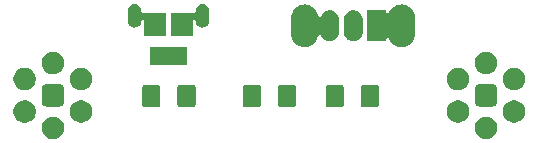
<source format=gbr>
G04 #@! TF.GenerationSoftware,KiCad,Pcbnew,(5.1.5)-3*
G04 #@! TF.CreationDate,2022-07-19T17:14:03+02:00*
G04 #@! TF.ProjectId,Stacked desk light,53746163-6b65-4642-9064-65736b206c69,rev?*
G04 #@! TF.SameCoordinates,Original*
G04 #@! TF.FileFunction,Soldermask,Top*
G04 #@! TF.FilePolarity,Negative*
%FSLAX46Y46*%
G04 Gerber Fmt 4.6, Leading zero omitted, Abs format (unit mm)*
G04 Created by KiCad (PCBNEW (5.1.5)-3) date 2022-07-19 17:14:03*
%MOMM*%
%LPD*%
G04 APERTURE LIST*
%ADD10C,0.100000*%
G04 APERTURE END LIST*
D10*
G36*
X118614563Y-101774638D02*
G01*
X118787634Y-101846326D01*
X118787635Y-101846327D01*
X118943395Y-101950402D01*
X119075858Y-102082865D01*
X119075859Y-102082867D01*
X119179934Y-102238626D01*
X119251622Y-102411697D01*
X119288168Y-102595425D01*
X119288168Y-102782759D01*
X119251622Y-102966487D01*
X119179934Y-103139558D01*
X119179933Y-103139559D01*
X119075858Y-103295319D01*
X118943395Y-103427782D01*
X118864986Y-103480173D01*
X118787634Y-103531858D01*
X118614563Y-103603546D01*
X118430835Y-103640092D01*
X118243501Y-103640092D01*
X118059773Y-103603546D01*
X117886702Y-103531858D01*
X117809350Y-103480173D01*
X117730941Y-103427782D01*
X117598478Y-103295319D01*
X117494403Y-103139559D01*
X117494402Y-103139558D01*
X117422714Y-102966487D01*
X117386168Y-102782759D01*
X117386168Y-102595425D01*
X117422714Y-102411697D01*
X117494402Y-102238626D01*
X117598477Y-102082867D01*
X117598478Y-102082865D01*
X117730941Y-101950402D01*
X117886701Y-101846327D01*
X117886702Y-101846326D01*
X118059773Y-101774638D01*
X118243501Y-101738092D01*
X118430835Y-101738092D01*
X118614563Y-101774638D01*
G37*
G36*
X81940199Y-101774638D02*
G01*
X82113270Y-101846326D01*
X82113271Y-101846327D01*
X82269031Y-101950402D01*
X82401494Y-102082865D01*
X82401495Y-102082867D01*
X82505570Y-102238626D01*
X82577258Y-102411697D01*
X82613804Y-102595425D01*
X82613804Y-102782759D01*
X82577258Y-102966487D01*
X82505570Y-103139558D01*
X82505569Y-103139559D01*
X82401494Y-103295319D01*
X82269031Y-103427782D01*
X82190622Y-103480173D01*
X82113270Y-103531858D01*
X81940199Y-103603546D01*
X81756471Y-103640092D01*
X81569137Y-103640092D01*
X81385409Y-103603546D01*
X81212338Y-103531858D01*
X81134986Y-103480173D01*
X81056577Y-103427782D01*
X80924114Y-103295319D01*
X80820039Y-103139559D01*
X80820038Y-103139558D01*
X80748350Y-102966487D01*
X80711804Y-102782759D01*
X80711804Y-102595425D01*
X80748350Y-102411697D01*
X80820038Y-102238626D01*
X80924113Y-102082867D01*
X80924114Y-102082865D01*
X81056577Y-101950402D01*
X81212337Y-101846327D01*
X81212338Y-101846326D01*
X81385409Y-101774638D01*
X81569137Y-101738092D01*
X81756471Y-101738092D01*
X81940199Y-101774638D01*
G37*
G36*
X84321769Y-100399638D02*
G01*
X84494840Y-100471326D01*
X84494841Y-100471327D01*
X84650601Y-100575402D01*
X84783064Y-100707865D01*
X84783065Y-100707867D01*
X84887140Y-100863626D01*
X84958828Y-101036697D01*
X84995374Y-101220425D01*
X84995374Y-101407759D01*
X84958828Y-101591487D01*
X84887140Y-101764558D01*
X84880404Y-101774639D01*
X84783064Y-101920319D01*
X84650601Y-102052782D01*
X84605578Y-102082865D01*
X84494840Y-102156858D01*
X84321769Y-102228546D01*
X84138041Y-102265092D01*
X83950707Y-102265092D01*
X83766979Y-102228546D01*
X83593908Y-102156858D01*
X83483170Y-102082865D01*
X83438147Y-102052782D01*
X83305684Y-101920319D01*
X83208344Y-101774639D01*
X83201608Y-101764558D01*
X83129920Y-101591487D01*
X83093374Y-101407759D01*
X83093374Y-101220425D01*
X83129920Y-101036697D01*
X83201608Y-100863626D01*
X83305683Y-100707867D01*
X83305684Y-100707865D01*
X83438147Y-100575402D01*
X83593907Y-100471327D01*
X83593908Y-100471326D01*
X83766979Y-100399638D01*
X83950707Y-100363092D01*
X84138041Y-100363092D01*
X84321769Y-100399638D01*
G37*
G36*
X79558629Y-100399638D02*
G01*
X79731700Y-100471326D01*
X79731701Y-100471327D01*
X79887461Y-100575402D01*
X80019924Y-100707865D01*
X80019925Y-100707867D01*
X80124000Y-100863626D01*
X80195688Y-101036697D01*
X80232234Y-101220425D01*
X80232234Y-101407759D01*
X80195688Y-101591487D01*
X80124000Y-101764558D01*
X80117264Y-101774639D01*
X80019924Y-101920319D01*
X79887461Y-102052782D01*
X79842438Y-102082865D01*
X79731700Y-102156858D01*
X79558629Y-102228546D01*
X79374901Y-102265092D01*
X79187567Y-102265092D01*
X79003839Y-102228546D01*
X78830768Y-102156858D01*
X78720030Y-102082865D01*
X78675007Y-102052782D01*
X78542544Y-101920319D01*
X78445204Y-101774639D01*
X78438468Y-101764558D01*
X78366780Y-101591487D01*
X78330234Y-101407759D01*
X78330234Y-101220425D01*
X78366780Y-101036697D01*
X78438468Y-100863626D01*
X78542543Y-100707867D01*
X78542544Y-100707865D01*
X78675007Y-100575402D01*
X78830767Y-100471327D01*
X78830768Y-100471326D01*
X79003839Y-100399638D01*
X79187567Y-100363092D01*
X79374901Y-100363092D01*
X79558629Y-100399638D01*
G37*
G36*
X120996133Y-100399638D02*
G01*
X121169204Y-100471326D01*
X121169205Y-100471327D01*
X121324965Y-100575402D01*
X121457428Y-100707865D01*
X121457429Y-100707867D01*
X121561504Y-100863626D01*
X121633192Y-101036697D01*
X121669738Y-101220425D01*
X121669738Y-101407759D01*
X121633192Y-101591487D01*
X121561504Y-101764558D01*
X121554768Y-101774639D01*
X121457428Y-101920319D01*
X121324965Y-102052782D01*
X121279942Y-102082865D01*
X121169204Y-102156858D01*
X120996133Y-102228546D01*
X120812405Y-102265092D01*
X120625071Y-102265092D01*
X120441343Y-102228546D01*
X120268272Y-102156858D01*
X120157534Y-102082865D01*
X120112511Y-102052782D01*
X119980048Y-101920319D01*
X119882708Y-101774639D01*
X119875972Y-101764558D01*
X119804284Y-101591487D01*
X119767738Y-101407759D01*
X119767738Y-101220425D01*
X119804284Y-101036697D01*
X119875972Y-100863626D01*
X119980047Y-100707867D01*
X119980048Y-100707865D01*
X120112511Y-100575402D01*
X120268271Y-100471327D01*
X120268272Y-100471326D01*
X120441343Y-100399638D01*
X120625071Y-100363092D01*
X120812405Y-100363092D01*
X120996133Y-100399638D01*
G37*
G36*
X116232993Y-100399638D02*
G01*
X116406064Y-100471326D01*
X116406065Y-100471327D01*
X116561825Y-100575402D01*
X116694288Y-100707865D01*
X116694289Y-100707867D01*
X116798364Y-100863626D01*
X116870052Y-101036697D01*
X116906598Y-101220425D01*
X116906598Y-101407759D01*
X116870052Y-101591487D01*
X116798364Y-101764558D01*
X116791628Y-101774639D01*
X116694288Y-101920319D01*
X116561825Y-102052782D01*
X116516802Y-102082865D01*
X116406064Y-102156858D01*
X116232993Y-102228546D01*
X116049265Y-102265092D01*
X115861931Y-102265092D01*
X115678203Y-102228546D01*
X115505132Y-102156858D01*
X115394394Y-102082865D01*
X115349371Y-102052782D01*
X115216908Y-101920319D01*
X115119568Y-101774639D01*
X115112832Y-101764558D01*
X115041144Y-101591487D01*
X115004598Y-101407759D01*
X115004598Y-101220425D01*
X115041144Y-101036697D01*
X115112832Y-100863626D01*
X115216907Y-100707867D01*
X115216908Y-100707865D01*
X115349371Y-100575402D01*
X115505131Y-100471327D01*
X115505132Y-100471326D01*
X115678203Y-100399638D01*
X115861931Y-100363092D01*
X116049265Y-100363092D01*
X116232993Y-100399638D01*
G37*
G36*
X90620562Y-99078181D02*
G01*
X90655481Y-99088774D01*
X90687663Y-99105976D01*
X90715873Y-99129127D01*
X90739024Y-99157337D01*
X90756226Y-99189519D01*
X90766819Y-99224438D01*
X90771000Y-99266895D01*
X90771000Y-100733105D01*
X90766819Y-100775562D01*
X90756226Y-100810481D01*
X90739024Y-100842663D01*
X90715873Y-100870873D01*
X90687663Y-100894024D01*
X90655481Y-100911226D01*
X90620562Y-100921819D01*
X90578105Y-100926000D01*
X89436895Y-100926000D01*
X89394438Y-100921819D01*
X89359519Y-100911226D01*
X89327337Y-100894024D01*
X89299127Y-100870873D01*
X89275976Y-100842663D01*
X89258774Y-100810481D01*
X89248181Y-100775562D01*
X89244000Y-100733105D01*
X89244000Y-99266895D01*
X89248181Y-99224438D01*
X89258774Y-99189519D01*
X89275976Y-99157337D01*
X89299127Y-99129127D01*
X89327337Y-99105976D01*
X89359519Y-99088774D01*
X89394438Y-99078181D01*
X89436895Y-99074000D01*
X90578105Y-99074000D01*
X90620562Y-99078181D01*
G37*
G36*
X99125562Y-99078181D02*
G01*
X99160481Y-99088774D01*
X99192663Y-99105976D01*
X99220873Y-99129127D01*
X99244024Y-99157337D01*
X99261226Y-99189519D01*
X99271819Y-99224438D01*
X99276000Y-99266895D01*
X99276000Y-100733105D01*
X99271819Y-100775562D01*
X99261226Y-100810481D01*
X99244024Y-100842663D01*
X99220873Y-100870873D01*
X99192663Y-100894024D01*
X99160481Y-100911226D01*
X99125562Y-100921819D01*
X99083105Y-100926000D01*
X97941895Y-100926000D01*
X97899438Y-100921819D01*
X97864519Y-100911226D01*
X97832337Y-100894024D01*
X97804127Y-100870873D01*
X97780976Y-100842663D01*
X97763774Y-100810481D01*
X97753181Y-100775562D01*
X97749000Y-100733105D01*
X97749000Y-99266895D01*
X97753181Y-99224438D01*
X97763774Y-99189519D01*
X97780976Y-99157337D01*
X97804127Y-99129127D01*
X97832337Y-99105976D01*
X97864519Y-99088774D01*
X97899438Y-99078181D01*
X97941895Y-99074000D01*
X99083105Y-99074000D01*
X99125562Y-99078181D01*
G37*
G36*
X102100562Y-99078181D02*
G01*
X102135481Y-99088774D01*
X102167663Y-99105976D01*
X102195873Y-99129127D01*
X102219024Y-99157337D01*
X102236226Y-99189519D01*
X102246819Y-99224438D01*
X102251000Y-99266895D01*
X102251000Y-100733105D01*
X102246819Y-100775562D01*
X102236226Y-100810481D01*
X102219024Y-100842663D01*
X102195873Y-100870873D01*
X102167663Y-100894024D01*
X102135481Y-100911226D01*
X102100562Y-100921819D01*
X102058105Y-100926000D01*
X100916895Y-100926000D01*
X100874438Y-100921819D01*
X100839519Y-100911226D01*
X100807337Y-100894024D01*
X100779127Y-100870873D01*
X100755976Y-100842663D01*
X100738774Y-100810481D01*
X100728181Y-100775562D01*
X100724000Y-100733105D01*
X100724000Y-99266895D01*
X100728181Y-99224438D01*
X100738774Y-99189519D01*
X100755976Y-99157337D01*
X100779127Y-99129127D01*
X100807337Y-99105976D01*
X100839519Y-99088774D01*
X100874438Y-99078181D01*
X100916895Y-99074000D01*
X102058105Y-99074000D01*
X102100562Y-99078181D01*
G37*
G36*
X106138062Y-99078181D02*
G01*
X106172981Y-99088774D01*
X106205163Y-99105976D01*
X106233373Y-99129127D01*
X106256524Y-99157337D01*
X106273726Y-99189519D01*
X106284319Y-99224438D01*
X106288500Y-99266895D01*
X106288500Y-100733105D01*
X106284319Y-100775562D01*
X106273726Y-100810481D01*
X106256524Y-100842663D01*
X106233373Y-100870873D01*
X106205163Y-100894024D01*
X106172981Y-100911226D01*
X106138062Y-100921819D01*
X106095605Y-100926000D01*
X104954395Y-100926000D01*
X104911938Y-100921819D01*
X104877019Y-100911226D01*
X104844837Y-100894024D01*
X104816627Y-100870873D01*
X104793476Y-100842663D01*
X104776274Y-100810481D01*
X104765681Y-100775562D01*
X104761500Y-100733105D01*
X104761500Y-99266895D01*
X104765681Y-99224438D01*
X104776274Y-99189519D01*
X104793476Y-99157337D01*
X104816627Y-99129127D01*
X104844837Y-99105976D01*
X104877019Y-99088774D01*
X104911938Y-99078181D01*
X104954395Y-99074000D01*
X106095605Y-99074000D01*
X106138062Y-99078181D01*
G37*
G36*
X93595562Y-99078181D02*
G01*
X93630481Y-99088774D01*
X93662663Y-99105976D01*
X93690873Y-99129127D01*
X93714024Y-99157337D01*
X93731226Y-99189519D01*
X93741819Y-99224438D01*
X93746000Y-99266895D01*
X93746000Y-100733105D01*
X93741819Y-100775562D01*
X93731226Y-100810481D01*
X93714024Y-100842663D01*
X93690873Y-100870873D01*
X93662663Y-100894024D01*
X93630481Y-100911226D01*
X93595562Y-100921819D01*
X93553105Y-100926000D01*
X92411895Y-100926000D01*
X92369438Y-100921819D01*
X92334519Y-100911226D01*
X92302337Y-100894024D01*
X92274127Y-100870873D01*
X92250976Y-100842663D01*
X92233774Y-100810481D01*
X92223181Y-100775562D01*
X92219000Y-100733105D01*
X92219000Y-99266895D01*
X92223181Y-99224438D01*
X92233774Y-99189519D01*
X92250976Y-99157337D01*
X92274127Y-99129127D01*
X92302337Y-99105976D01*
X92334519Y-99088774D01*
X92369438Y-99078181D01*
X92411895Y-99074000D01*
X93553105Y-99074000D01*
X93595562Y-99078181D01*
G37*
G36*
X109113062Y-99078181D02*
G01*
X109147981Y-99088774D01*
X109180163Y-99105976D01*
X109208373Y-99129127D01*
X109231524Y-99157337D01*
X109248726Y-99189519D01*
X109259319Y-99224438D01*
X109263500Y-99266895D01*
X109263500Y-100733105D01*
X109259319Y-100775562D01*
X109248726Y-100810481D01*
X109231524Y-100842663D01*
X109208373Y-100870873D01*
X109180163Y-100894024D01*
X109147981Y-100911226D01*
X109113062Y-100921819D01*
X109070605Y-100926000D01*
X107929395Y-100926000D01*
X107886938Y-100921819D01*
X107852019Y-100911226D01*
X107819837Y-100894024D01*
X107791627Y-100870873D01*
X107768476Y-100842663D01*
X107751274Y-100810481D01*
X107740681Y-100775562D01*
X107736500Y-100733105D01*
X107736500Y-99266895D01*
X107740681Y-99224438D01*
X107751274Y-99189519D01*
X107768476Y-99157337D01*
X107791627Y-99129127D01*
X107819837Y-99105976D01*
X107852019Y-99088774D01*
X107886938Y-99078181D01*
X107929395Y-99074000D01*
X109070605Y-99074000D01*
X109113062Y-99078181D01*
G37*
G36*
X82281259Y-98996620D02*
G01*
X82358616Y-99020087D01*
X82429921Y-99058200D01*
X82492412Y-99109484D01*
X82543696Y-99171975D01*
X82581809Y-99243280D01*
X82605276Y-99320637D01*
X82613804Y-99407232D01*
X82613804Y-100470952D01*
X82605276Y-100557547D01*
X82581809Y-100634904D01*
X82543696Y-100706209D01*
X82492412Y-100768700D01*
X82429921Y-100819984D01*
X82358616Y-100858097D01*
X82281259Y-100881564D01*
X82194664Y-100890092D01*
X81130944Y-100890092D01*
X81044349Y-100881564D01*
X80966992Y-100858097D01*
X80895687Y-100819984D01*
X80833196Y-100768700D01*
X80781912Y-100706209D01*
X80743799Y-100634904D01*
X80720332Y-100557547D01*
X80711804Y-100470952D01*
X80711804Y-99407232D01*
X80720332Y-99320637D01*
X80743799Y-99243280D01*
X80781912Y-99171975D01*
X80833196Y-99109484D01*
X80895687Y-99058200D01*
X80966992Y-99020087D01*
X81044349Y-98996620D01*
X81130944Y-98988092D01*
X82194664Y-98988092D01*
X82281259Y-98996620D01*
G37*
G36*
X118955623Y-98996620D02*
G01*
X119032980Y-99020087D01*
X119104285Y-99058200D01*
X119166776Y-99109484D01*
X119218060Y-99171975D01*
X119256173Y-99243280D01*
X119279640Y-99320637D01*
X119288168Y-99407232D01*
X119288168Y-100470952D01*
X119279640Y-100557547D01*
X119256173Y-100634904D01*
X119218060Y-100706209D01*
X119166776Y-100768700D01*
X119104285Y-100819984D01*
X119032980Y-100858097D01*
X118955623Y-100881564D01*
X118869028Y-100890092D01*
X117805308Y-100890092D01*
X117718713Y-100881564D01*
X117641356Y-100858097D01*
X117570051Y-100819984D01*
X117507560Y-100768700D01*
X117456276Y-100706209D01*
X117418163Y-100634904D01*
X117394696Y-100557547D01*
X117386168Y-100470952D01*
X117386168Y-99407232D01*
X117394696Y-99320637D01*
X117418163Y-99243280D01*
X117456276Y-99171975D01*
X117507560Y-99109484D01*
X117570051Y-99058200D01*
X117641356Y-99020087D01*
X117718713Y-98996620D01*
X117805308Y-98988092D01*
X118869028Y-98988092D01*
X118955623Y-98996620D01*
G37*
G36*
X116232993Y-97649638D02*
G01*
X116406064Y-97721326D01*
X116406065Y-97721327D01*
X116561825Y-97825402D01*
X116694288Y-97957865D01*
X116694289Y-97957867D01*
X116798364Y-98113626D01*
X116870052Y-98286697D01*
X116906598Y-98470425D01*
X116906598Y-98657759D01*
X116870052Y-98841487D01*
X116798364Y-99014558D01*
X116791863Y-99024287D01*
X116694288Y-99170319D01*
X116561825Y-99302782D01*
X116535103Y-99320637D01*
X116406064Y-99406858D01*
X116232993Y-99478546D01*
X116049265Y-99515092D01*
X115861931Y-99515092D01*
X115678203Y-99478546D01*
X115505132Y-99406858D01*
X115376093Y-99320637D01*
X115349371Y-99302782D01*
X115216908Y-99170319D01*
X115119333Y-99024287D01*
X115112832Y-99014558D01*
X115041144Y-98841487D01*
X115004598Y-98657759D01*
X115004598Y-98470425D01*
X115041144Y-98286697D01*
X115112832Y-98113626D01*
X115216907Y-97957867D01*
X115216908Y-97957865D01*
X115349371Y-97825402D01*
X115505131Y-97721327D01*
X115505132Y-97721326D01*
X115678203Y-97649638D01*
X115861931Y-97613092D01*
X116049265Y-97613092D01*
X116232993Y-97649638D01*
G37*
G36*
X120996133Y-97649638D02*
G01*
X121169204Y-97721326D01*
X121169205Y-97721327D01*
X121324965Y-97825402D01*
X121457428Y-97957865D01*
X121457429Y-97957867D01*
X121561504Y-98113626D01*
X121633192Y-98286697D01*
X121669738Y-98470425D01*
X121669738Y-98657759D01*
X121633192Y-98841487D01*
X121561504Y-99014558D01*
X121555003Y-99024287D01*
X121457428Y-99170319D01*
X121324965Y-99302782D01*
X121298243Y-99320637D01*
X121169204Y-99406858D01*
X120996133Y-99478546D01*
X120812405Y-99515092D01*
X120625071Y-99515092D01*
X120441343Y-99478546D01*
X120268272Y-99406858D01*
X120139233Y-99320637D01*
X120112511Y-99302782D01*
X119980048Y-99170319D01*
X119882473Y-99024287D01*
X119875972Y-99014558D01*
X119804284Y-98841487D01*
X119767738Y-98657759D01*
X119767738Y-98470425D01*
X119804284Y-98286697D01*
X119875972Y-98113626D01*
X119980047Y-97957867D01*
X119980048Y-97957865D01*
X120112511Y-97825402D01*
X120268271Y-97721327D01*
X120268272Y-97721326D01*
X120441343Y-97649638D01*
X120625071Y-97613092D01*
X120812405Y-97613092D01*
X120996133Y-97649638D01*
G37*
G36*
X79558629Y-97649638D02*
G01*
X79731700Y-97721326D01*
X79731701Y-97721327D01*
X79887461Y-97825402D01*
X80019924Y-97957865D01*
X80019925Y-97957867D01*
X80124000Y-98113626D01*
X80195688Y-98286697D01*
X80232234Y-98470425D01*
X80232234Y-98657759D01*
X80195688Y-98841487D01*
X80124000Y-99014558D01*
X80117499Y-99024287D01*
X80019924Y-99170319D01*
X79887461Y-99302782D01*
X79860739Y-99320637D01*
X79731700Y-99406858D01*
X79558629Y-99478546D01*
X79374901Y-99515092D01*
X79187567Y-99515092D01*
X79003839Y-99478546D01*
X78830768Y-99406858D01*
X78701729Y-99320637D01*
X78675007Y-99302782D01*
X78542544Y-99170319D01*
X78444969Y-99024287D01*
X78438468Y-99014558D01*
X78366780Y-98841487D01*
X78330234Y-98657759D01*
X78330234Y-98470425D01*
X78366780Y-98286697D01*
X78438468Y-98113626D01*
X78542543Y-97957867D01*
X78542544Y-97957865D01*
X78675007Y-97825402D01*
X78830767Y-97721327D01*
X78830768Y-97721326D01*
X79003839Y-97649638D01*
X79187567Y-97613092D01*
X79374901Y-97613092D01*
X79558629Y-97649638D01*
G37*
G36*
X84321769Y-97649638D02*
G01*
X84494840Y-97721326D01*
X84494841Y-97721327D01*
X84650601Y-97825402D01*
X84783064Y-97957865D01*
X84783065Y-97957867D01*
X84887140Y-98113626D01*
X84958828Y-98286697D01*
X84995374Y-98470425D01*
X84995374Y-98657759D01*
X84958828Y-98841487D01*
X84887140Y-99014558D01*
X84880639Y-99024287D01*
X84783064Y-99170319D01*
X84650601Y-99302782D01*
X84623879Y-99320637D01*
X84494840Y-99406858D01*
X84321769Y-99478546D01*
X84138041Y-99515092D01*
X83950707Y-99515092D01*
X83766979Y-99478546D01*
X83593908Y-99406858D01*
X83464869Y-99320637D01*
X83438147Y-99302782D01*
X83305684Y-99170319D01*
X83208109Y-99024287D01*
X83201608Y-99014558D01*
X83129920Y-98841487D01*
X83093374Y-98657759D01*
X83093374Y-98470425D01*
X83129920Y-98286697D01*
X83201608Y-98113626D01*
X83305683Y-97957867D01*
X83305684Y-97957865D01*
X83438147Y-97825402D01*
X83593907Y-97721327D01*
X83593908Y-97721326D01*
X83766979Y-97649638D01*
X83950707Y-97613092D01*
X84138041Y-97613092D01*
X84321769Y-97649638D01*
G37*
G36*
X118614563Y-96274638D02*
G01*
X118787634Y-96346326D01*
X118787635Y-96346327D01*
X118943395Y-96450402D01*
X119075858Y-96582865D01*
X119075859Y-96582867D01*
X119179934Y-96738626D01*
X119251622Y-96911697D01*
X119288168Y-97095425D01*
X119288168Y-97282759D01*
X119251622Y-97466487D01*
X119179934Y-97639558D01*
X119173198Y-97649639D01*
X119075858Y-97795319D01*
X118943395Y-97927782D01*
X118898372Y-97957865D01*
X118787634Y-98031858D01*
X118614563Y-98103546D01*
X118430835Y-98140092D01*
X118243501Y-98140092D01*
X118059773Y-98103546D01*
X117886702Y-98031858D01*
X117775964Y-97957865D01*
X117730941Y-97927782D01*
X117598478Y-97795319D01*
X117501138Y-97649639D01*
X117494402Y-97639558D01*
X117422714Y-97466487D01*
X117386168Y-97282759D01*
X117386168Y-97095425D01*
X117422714Y-96911697D01*
X117494402Y-96738626D01*
X117598477Y-96582867D01*
X117598478Y-96582865D01*
X117730941Y-96450402D01*
X117886701Y-96346327D01*
X117886702Y-96346326D01*
X118059773Y-96274638D01*
X118243501Y-96238092D01*
X118430835Y-96238092D01*
X118614563Y-96274638D01*
G37*
G36*
X81940199Y-96274638D02*
G01*
X82113270Y-96346326D01*
X82113271Y-96346327D01*
X82269031Y-96450402D01*
X82401494Y-96582865D01*
X82401495Y-96582867D01*
X82505570Y-96738626D01*
X82577258Y-96911697D01*
X82613804Y-97095425D01*
X82613804Y-97282759D01*
X82577258Y-97466487D01*
X82505570Y-97639558D01*
X82498834Y-97649639D01*
X82401494Y-97795319D01*
X82269031Y-97927782D01*
X82224008Y-97957865D01*
X82113270Y-98031858D01*
X81940199Y-98103546D01*
X81756471Y-98140092D01*
X81569137Y-98140092D01*
X81385409Y-98103546D01*
X81212338Y-98031858D01*
X81101600Y-97957865D01*
X81056577Y-97927782D01*
X80924114Y-97795319D01*
X80826774Y-97649639D01*
X80820038Y-97639558D01*
X80748350Y-97466487D01*
X80711804Y-97282759D01*
X80711804Y-97095425D01*
X80748350Y-96911697D01*
X80820038Y-96738626D01*
X80924113Y-96582867D01*
X80924114Y-96582865D01*
X81056577Y-96450402D01*
X81212337Y-96346327D01*
X81212338Y-96346326D01*
X81385409Y-96274638D01*
X81569137Y-96238092D01*
X81756471Y-96238092D01*
X81940199Y-96274638D01*
G37*
G36*
X93001000Y-97351000D02*
G01*
X89899000Y-97351000D01*
X89899000Y-95849000D01*
X93001000Y-95849000D01*
X93001000Y-97351000D01*
G37*
G36*
X103225635Y-92265654D02*
G01*
X103442600Y-92331470D01*
X103442602Y-92331471D01*
X103642555Y-92438347D01*
X103817818Y-92582182D01*
X103961653Y-92757445D01*
X104058954Y-92939485D01*
X104068530Y-92957400D01*
X104112647Y-93102835D01*
X104134986Y-93176475D01*
X104138908Y-93196196D01*
X104148284Y-93218835D01*
X104161897Y-93239210D01*
X104179223Y-93256538D01*
X104199597Y-93270153D01*
X104222236Y-93279531D01*
X104246269Y-93284313D01*
X104270773Y-93284314D01*
X104294806Y-93279534D01*
X104317445Y-93270158D01*
X104337820Y-93256545D01*
X104355148Y-93239219D01*
X104368765Y-93218841D01*
X104430772Y-93102835D01*
X104530868Y-92980867D01*
X104652836Y-92880771D01*
X104791988Y-92806392D01*
X104842319Y-92791125D01*
X104942978Y-92760590D01*
X105100000Y-92745125D01*
X105257023Y-92760590D01*
X105357682Y-92791125D01*
X105408013Y-92806392D01*
X105547165Y-92880771D01*
X105669133Y-92980867D01*
X105769229Y-93102835D01*
X105843608Y-93241987D01*
X105856447Y-93284313D01*
X105889410Y-93392977D01*
X105901000Y-93510655D01*
X105901000Y-94589345D01*
X105889410Y-94707023D01*
X105858875Y-94807682D01*
X105843608Y-94858013D01*
X105831235Y-94881161D01*
X105769229Y-94997165D01*
X105669133Y-95119133D01*
X105572798Y-95198192D01*
X105547164Y-95219229D01*
X105408012Y-95293608D01*
X105357681Y-95308875D01*
X105257022Y-95339410D01*
X105100000Y-95354875D01*
X104942977Y-95339410D01*
X104842318Y-95308875D01*
X104791987Y-95293608D01*
X104652835Y-95219229D01*
X104597916Y-95174158D01*
X104530867Y-95119133D01*
X104430771Y-94997164D01*
X104392537Y-94925633D01*
X104368765Y-94881160D01*
X104355151Y-94860786D01*
X104337824Y-94843459D01*
X104317450Y-94829845D01*
X104294811Y-94820468D01*
X104270777Y-94815688D01*
X104246273Y-94815688D01*
X104222240Y-94820469D01*
X104199601Y-94829846D01*
X104179227Y-94843460D01*
X104161900Y-94860787D01*
X104148286Y-94881161D01*
X104138909Y-94903800D01*
X104134988Y-94923517D01*
X104134346Y-94925633D01*
X104134346Y-94925635D01*
X104068530Y-95142599D01*
X104068529Y-95142602D01*
X103961653Y-95342555D01*
X103882652Y-95438817D01*
X103817818Y-95517818D01*
X103669204Y-95639781D01*
X103642553Y-95661653D01*
X103442601Y-95768529D01*
X103442599Y-95768530D01*
X103225634Y-95834346D01*
X103000000Y-95856569D01*
X102774365Y-95834346D01*
X102557400Y-95768530D01*
X102557398Y-95768529D01*
X102357445Y-95661653D01*
X102261183Y-95582652D01*
X102182182Y-95517818D01*
X102038348Y-95342554D01*
X102012186Y-95293608D01*
X101931471Y-95142601D01*
X101927996Y-95131145D01*
X101865654Y-94925634D01*
X101857561Y-94843460D01*
X101849000Y-94756544D01*
X101849000Y-93343455D01*
X101865654Y-93174366D01*
X101887353Y-93102835D01*
X101931470Y-92957400D01*
X101989739Y-92848387D01*
X102038348Y-92757446D01*
X102182183Y-92582182D01*
X102357446Y-92438347D01*
X102557399Y-92331471D01*
X102557401Y-92331470D01*
X102774366Y-92265654D01*
X103000000Y-92243431D01*
X103225635Y-92265654D01*
G37*
G36*
X111425635Y-92265654D02*
G01*
X111642600Y-92331470D01*
X111642602Y-92331471D01*
X111842555Y-92438347D01*
X112017818Y-92582182D01*
X112161653Y-92757445D01*
X112258954Y-92939485D01*
X112268530Y-92957400D01*
X112312647Y-93102835D01*
X112334346Y-93174366D01*
X112351000Y-93343455D01*
X112351000Y-94756545D01*
X112341006Y-94858011D01*
X112334346Y-94925635D01*
X112272005Y-95131146D01*
X112268529Y-95142602D01*
X112161653Y-95342555D01*
X112082652Y-95438817D01*
X112017818Y-95517818D01*
X111869204Y-95639781D01*
X111842553Y-95661653D01*
X111642601Y-95768529D01*
X111642599Y-95768530D01*
X111425634Y-95834346D01*
X111200000Y-95856569D01*
X110974365Y-95834346D01*
X110757400Y-95768530D01*
X110757398Y-95768529D01*
X110557445Y-95661653D01*
X110461183Y-95582652D01*
X110382182Y-95517818D01*
X110238348Y-95342554D01*
X110212186Y-95293608D01*
X110136238Y-95151520D01*
X110122625Y-95131146D01*
X110105298Y-95113819D01*
X110084923Y-95100205D01*
X110062285Y-95090827D01*
X110038251Y-95086047D01*
X110013747Y-95086047D01*
X109989714Y-95090827D01*
X109967075Y-95100205D01*
X109946701Y-95113818D01*
X109929374Y-95131145D01*
X109915760Y-95151520D01*
X109906382Y-95174158D01*
X109901602Y-95198192D01*
X109901000Y-95210444D01*
X109901000Y-95351000D01*
X108299000Y-95351000D01*
X108299000Y-92749000D01*
X109901000Y-92749000D01*
X109901000Y-92889555D01*
X109903402Y-92913941D01*
X109910515Y-92937390D01*
X109922066Y-92959001D01*
X109937611Y-92977943D01*
X109956553Y-92993488D01*
X109978164Y-93005039D01*
X110001613Y-93012152D01*
X110025999Y-93014554D01*
X110050385Y-93012152D01*
X110073834Y-93005039D01*
X110095445Y-92993488D01*
X110114387Y-92977943D01*
X110136238Y-92948479D01*
X110238348Y-92757446D01*
X110382183Y-92582182D01*
X110557446Y-92438347D01*
X110757399Y-92331471D01*
X110757401Y-92331470D01*
X110974366Y-92265654D01*
X111200000Y-92243431D01*
X111425635Y-92265654D01*
G37*
G36*
X107257023Y-92760590D02*
G01*
X107357682Y-92791125D01*
X107408013Y-92806392D01*
X107547165Y-92880771D01*
X107669133Y-92980867D01*
X107769229Y-93102835D01*
X107843608Y-93241987D01*
X107856447Y-93284313D01*
X107889410Y-93392977D01*
X107901000Y-93510655D01*
X107901000Y-94589345D01*
X107889410Y-94707023D01*
X107858875Y-94807682D01*
X107843608Y-94858013D01*
X107831235Y-94881161D01*
X107769229Y-94997165D01*
X107669133Y-95119133D01*
X107572798Y-95198192D01*
X107547164Y-95219229D01*
X107408012Y-95293608D01*
X107357681Y-95308875D01*
X107257022Y-95339410D01*
X107100000Y-95354875D01*
X106942977Y-95339410D01*
X106842318Y-95308875D01*
X106791987Y-95293608D01*
X106652835Y-95219229D01*
X106597916Y-95174158D01*
X106530867Y-95119133D01*
X106430771Y-94997164D01*
X106392537Y-94925633D01*
X106356392Y-94858012D01*
X106325613Y-94756545D01*
X106310590Y-94707022D01*
X106299000Y-94589344D01*
X106299001Y-93510655D01*
X106310591Y-93392977D01*
X106343554Y-93284313D01*
X106356393Y-93241987D01*
X106430772Y-93102835D01*
X106530868Y-92980867D01*
X106652836Y-92880771D01*
X106791988Y-92806392D01*
X106842319Y-92791125D01*
X106942978Y-92760590D01*
X107100000Y-92745125D01*
X107257023Y-92760590D01*
G37*
G36*
X88687916Y-92207334D02*
G01*
X88796492Y-92240271D01*
X88796495Y-92240272D01*
X88832601Y-92259571D01*
X88896557Y-92293756D01*
X88984264Y-92365736D01*
X89056244Y-92453443D01*
X89090429Y-92517399D01*
X89109728Y-92553505D01*
X89109728Y-92553506D01*
X89109729Y-92553508D01*
X89142666Y-92662084D01*
X89151000Y-92746702D01*
X89151000Y-92824001D01*
X89153402Y-92848387D01*
X89160515Y-92871836D01*
X89172066Y-92893447D01*
X89187611Y-92912389D01*
X89206553Y-92927934D01*
X89228164Y-92939485D01*
X89251613Y-92946598D01*
X89275999Y-92949000D01*
X91251000Y-92949000D01*
X91251000Y-94951000D01*
X89399000Y-94951000D01*
X89399000Y-93679712D01*
X89396598Y-93655328D01*
X89389485Y-93631879D01*
X89377934Y-93610268D01*
X89362389Y-93591326D01*
X89343447Y-93575781D01*
X89321836Y-93564230D01*
X89298387Y-93557117D01*
X89274001Y-93554715D01*
X89249615Y-93557117D01*
X89226166Y-93564230D01*
X89204555Y-93575781D01*
X89185613Y-93591326D01*
X89170068Y-93610268D01*
X89158517Y-93631879D01*
X89149606Y-93667455D01*
X89142666Y-93737916D01*
X89109729Y-93846491D01*
X89109728Y-93846495D01*
X89090429Y-93882601D01*
X89056244Y-93946557D01*
X88984264Y-94034264D01*
X88896556Y-94106244D01*
X88832600Y-94140429D01*
X88796494Y-94159728D01*
X88796491Y-94159729D01*
X88687915Y-94192666D01*
X88575000Y-94203787D01*
X88462084Y-94192666D01*
X88353508Y-94159729D01*
X88353505Y-94159728D01*
X88317399Y-94140429D01*
X88253443Y-94106244D01*
X88165736Y-94034264D01*
X88093756Y-93946556D01*
X88040273Y-93846495D01*
X88040272Y-93846494D01*
X88040271Y-93846491D01*
X88007334Y-93737915D01*
X87999000Y-93653297D01*
X87999000Y-92746702D01*
X88007335Y-92662084D01*
X88040272Y-92553508D01*
X88040273Y-92553506D01*
X88040273Y-92553505D01*
X88059572Y-92517399D01*
X88093757Y-92453443D01*
X88165737Y-92365736D01*
X88253444Y-92293756D01*
X88317400Y-92259571D01*
X88353506Y-92240272D01*
X88353509Y-92240271D01*
X88462085Y-92207334D01*
X88575000Y-92196213D01*
X88687916Y-92207334D01*
G37*
G36*
X94437915Y-92207334D02*
G01*
X94546491Y-92240271D01*
X94546494Y-92240272D01*
X94582600Y-92259571D01*
X94646556Y-92293756D01*
X94734264Y-92365736D01*
X94806244Y-92453443D01*
X94840429Y-92517399D01*
X94859728Y-92553505D01*
X94859728Y-92553506D01*
X94859729Y-92553508D01*
X94892666Y-92662084D01*
X94901000Y-92746702D01*
X94901000Y-93653298D01*
X94892666Y-93737916D01*
X94859729Y-93846491D01*
X94859728Y-93846495D01*
X94840429Y-93882601D01*
X94806244Y-93946557D01*
X94734264Y-94034264D01*
X94646557Y-94106244D01*
X94582601Y-94140429D01*
X94546495Y-94159728D01*
X94546492Y-94159729D01*
X94437916Y-94192666D01*
X94325000Y-94203787D01*
X94212085Y-94192666D01*
X94103509Y-94159729D01*
X94103506Y-94159728D01*
X94067400Y-94140429D01*
X94003444Y-94106244D01*
X93915737Y-94034264D01*
X93843757Y-93946557D01*
X93809572Y-93882601D01*
X93790273Y-93846495D01*
X93790272Y-93846491D01*
X93757335Y-93737916D01*
X93750394Y-93667448D01*
X93745615Y-93643425D01*
X93736238Y-93620787D01*
X93722624Y-93600412D01*
X93705296Y-93583086D01*
X93684922Y-93569472D01*
X93662283Y-93560095D01*
X93638250Y-93555315D01*
X93613746Y-93555315D01*
X93589712Y-93560096D01*
X93567074Y-93569473D01*
X93546699Y-93583087D01*
X93529373Y-93600415D01*
X93515759Y-93620789D01*
X93506382Y-93643428D01*
X93501000Y-93679712D01*
X93501000Y-94951000D01*
X91649000Y-94951000D01*
X91649000Y-92949000D01*
X93624001Y-92949000D01*
X93648387Y-92946598D01*
X93671836Y-92939485D01*
X93693447Y-92927934D01*
X93712389Y-92912389D01*
X93727934Y-92893447D01*
X93739485Y-92871836D01*
X93746598Y-92848387D01*
X93749000Y-92824001D01*
X93749000Y-92746703D01*
X93757334Y-92662085D01*
X93790271Y-92553509D01*
X93790272Y-92553506D01*
X93809571Y-92517400D01*
X93843756Y-92453444D01*
X93915736Y-92365736D01*
X94003443Y-92293756D01*
X94067399Y-92259571D01*
X94103505Y-92240272D01*
X94103508Y-92240271D01*
X94212084Y-92207334D01*
X94325000Y-92196213D01*
X94437915Y-92207334D01*
G37*
M02*

</source>
